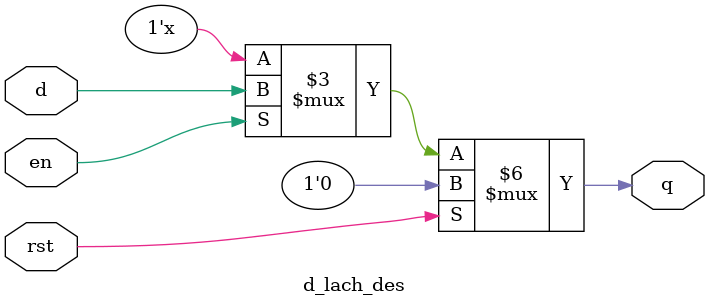
<source format=v>
module d_lach_des(d, en, rst, q);

input d;
input en;
input rst;

output reg q;

always @(*)
	if (rst==1)
		q <=0;
	else
		if(en)
			q <= d;
endmodule

</source>
